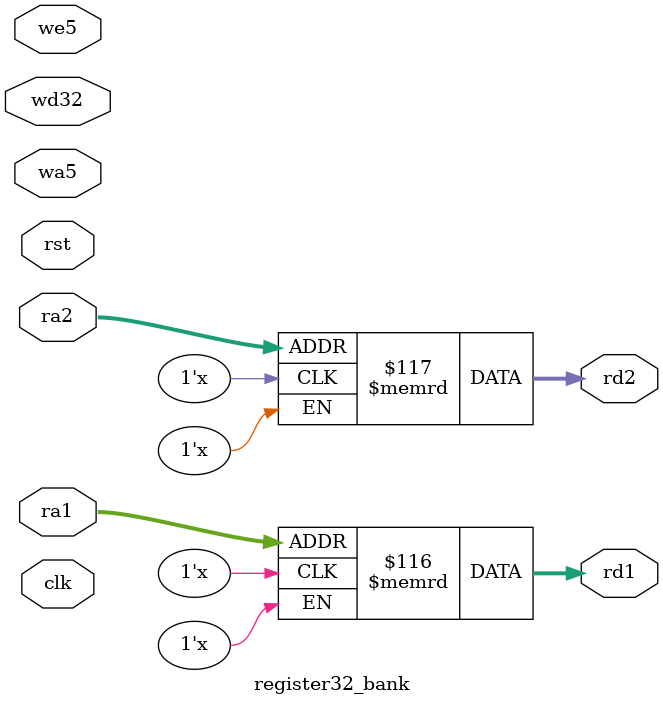
<source format=sv>
`timescale 1ns/1ps
module register32_bank(
    input logic clk, rst, we5,
    input logic [4:0]wa5, 
    input logic [4:0]ra1, ra2,
    input logic [31:0]wd32, //Input for a 32-bit word
    output logic [31:0] rd1, rd2 //Output for 32-bit words

);

logic [31:0]X32_in_word [31:0]; // Thirty two 32-bit arrays in a UNPACKED way a.k.a not in a contiguous interval of memory;
logic [31:0]X32_out_word [31:0]; // Thirty two 32-bit arrays in a UNPACKED way a.k.a not in a contiguous interval of memory;

/*
    The following generate block creates 32 instances of the register32 module.
    Its input are the X32_in_word unpacked array and its output is the X32_out_word unpacked array.
*/
genvar i;
generate
    for(i=0; i<32; i=i+1) begin
        // In the following step we are creating an instance of the register32 module.
        // This register32 is being addressed according to the index i. So if i = 2, the address of register X2 will be 2 or 8'h2.
        register32 X(.clk(clk), .reset(1'b1), .in_word(X32_in_word[i]), .out_word(X32_out_word[i]));
    end
endgenerate

always_ff @(posedge clk) begin
    if(~rst) begin
        /*
            This If-Else block is exectuted whenever the rst signal is put the LOW state.
            The X32_in_word is filled with 0's. 
            As this array is also the input of the instantiated register8 modules, its values are reseted as well.
        */
            int indexer;
            for(indexer = 0; indexer < 32; indexer = indexer + 1) begin
                X32_in_word[indexer] <= 32'h0;
            end
    end
     
    else if(we5 && wa5 != 5'h00) begin
        X32_in_word[wa5] <= wd32;
    end
end


always_comb 
begin
    rd1 = X32_out_word[ra1];
    rd2 = X32_out_word[ra2];
end



endmodule
</source>
